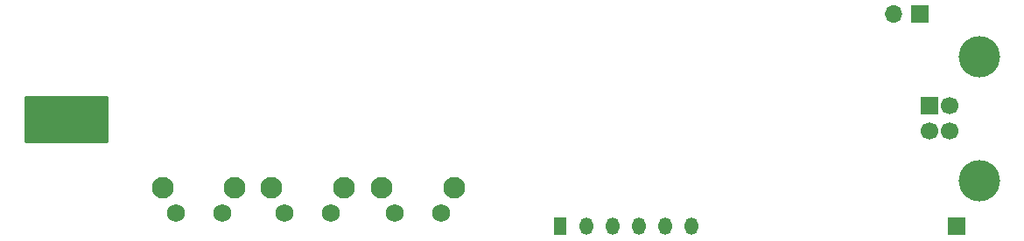
<source format=gbs>
%TF.GenerationSoftware,KiCad,Pcbnew,(5.1.10)-1*%
%TF.CreationDate,2021-09-27T23:39:52+02:00*%
%TF.ProjectId,XX,58582e6b-6963-4616-945f-706362585858,V00*%
%TF.SameCoordinates,Original*%
%TF.FileFunction,Soldermask,Bot*%
%TF.FilePolarity,Negative*%
%FSLAX46Y46*%
G04 Gerber Fmt 4.6, Leading zero omitted, Abs format (unit mm)*
G04 Created by KiCad (PCBNEW (5.1.10)-1) date 2021-09-27 23:39:52*
%MOMM*%
%LPD*%
G01*
G04 APERTURE LIST*
%ADD10C,2.100000*%
%ADD11C,1.750000*%
%ADD12R,1.300000X1.700000*%
%ADD13O,1.300000X1.700000*%
%ADD14R,1.700000X1.700000*%
%ADD15O,1.700000X1.700000*%
%ADD16C,1.700000*%
%ADD17C,4.000000*%
%ADD18C,0.254000*%
%ADD19C,0.100000*%
G04 APERTURE END LIST*
D10*
%TO.C,SW3*%
X128570000Y-96290600D03*
D11*
X129830000Y-98780600D03*
X134330000Y-98780600D03*
D10*
X135580000Y-96290600D03*
%TD*%
%TO.C,SW2*%
X139238000Y-96290600D03*
D11*
X140498000Y-98780600D03*
X144998000Y-98780600D03*
D10*
X146248000Y-96290600D03*
%TD*%
%TO.C,SW1*%
X118003600Y-96290600D03*
D11*
X119263600Y-98780600D03*
X123763600Y-98780600D03*
D10*
X125013600Y-96290600D03*
%TD*%
D12*
%TO.C,J1*%
X156464000Y-100050600D03*
D13*
X159004000Y-100050600D03*
X161544000Y-100050600D03*
X164084000Y-100050600D03*
X166624000Y-100050600D03*
X169164000Y-100050600D03*
%TD*%
D14*
%TO.C,J5*%
X191262000Y-79502000D03*
D15*
X188722000Y-79502000D03*
%TD*%
D14*
%TO.C,J4*%
X109982000Y-89662000D03*
%TD*%
%TO.C,J3*%
X194818000Y-100076000D03*
%TD*%
%TO.C,J2*%
X192176000Y-88350000D03*
D16*
X192176000Y-90850000D03*
X194176000Y-90850000D03*
X194176000Y-88350000D03*
D17*
X197036000Y-95600000D03*
X197036000Y-83600000D03*
%TD*%
D18*
X112649000Y-91821000D02*
X104775000Y-91821000D01*
X104775000Y-87503000D01*
X112649000Y-87503000D01*
X112649000Y-91821000D01*
D19*
G36*
X112649000Y-91821000D02*
G01*
X104775000Y-91821000D01*
X104775000Y-87503000D01*
X112649000Y-87503000D01*
X112649000Y-91821000D01*
G37*
M02*

</source>
